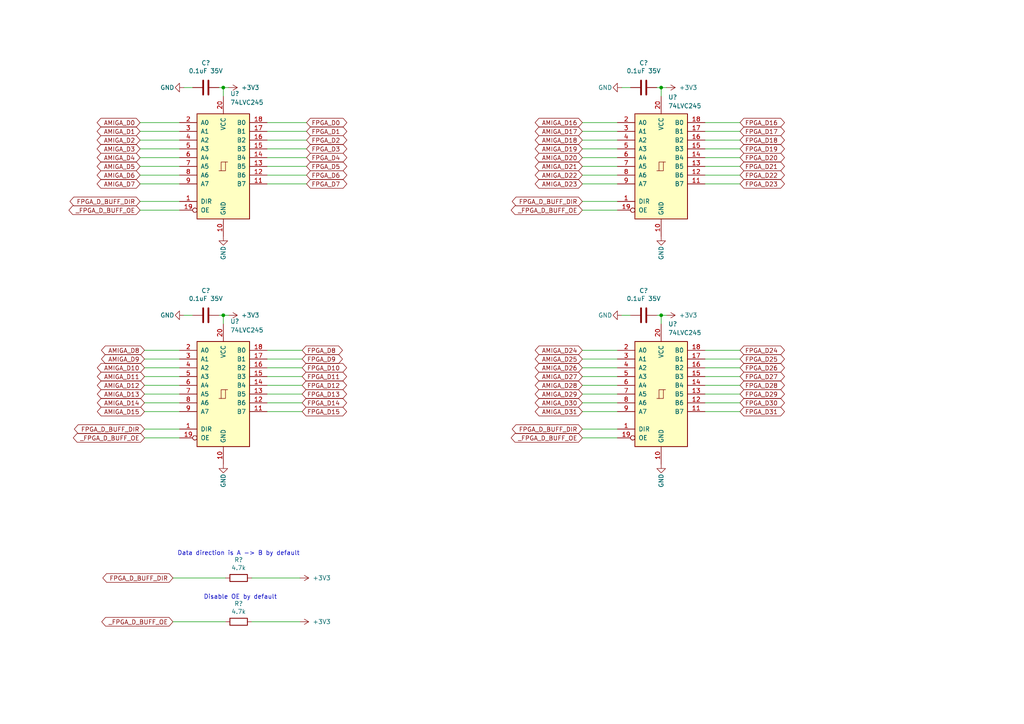
<source format=kicad_sch>
(kicad_sch (version 20211123) (generator eeschema)
  (paper "A4")
  (lib_symbols
    (symbol "Device:C" (pin_numbers hide) (pin_names (offset 0.254))
      (property "Reference" "C" (at 0.635 2.54 0))
      (property "Value" "C" (at 0.635 -2.54 0))
      (symbol "C_0_1"
        (polyline (pts (xy -2.032 -0.762) (xy 2.032 -0.762)) (stroke (width 0.508)))
        (polyline (pts (xy -2.032 0.762) (xy 2.032 0.762)) (stroke (width 0.508)))
      )
      (symbol "C_1_1"
        (pin passive line (at 0 3.81 270) (length 2.794) (name "~") (number "1"))
        (pin passive line (at 0 -3.81 90) (length 2.794) (name "~") (number "2"))
      )
    )
    (symbol "Device:R" (pin_numbers hide) (pin_names (offset 0))
      (property "Reference" "R" (at 2.032 0 90))
      (property "Value" "R" (at 0 0 90))
      (symbol "R_0_1"
        (rectangle (start -1.016 -2.54) (end 1.016 2.54) (stroke (width 0.254)))
      )
      (symbol "R_1_1"
        (pin passive line (at 0 3.81 270) (length 1.27) (name "~") (number "1"))
        (pin passive line (at 0 -3.81 90) (length 1.27) (name "~") (number "2"))
      )
    )
    (symbol "FreeVision:74LVC245" (pin_names (offset 1.016))
      (property "Reference" "U" (at -7.62 16.51 0))
      (property "Value" "74LVC245" (at -7.62 -16.51 0))
      (symbol "74LVC245_1_0"
        (polyline (pts (xy -0.635 -1.27) (xy -0.635 1.27) (xy 0.635 1.27)))
        (polyline (pts (xy -1.27 -1.27) (xy 0.635 -1.27) (xy 0.635 1.27) (xy 1.27 1.27)))
        (pin input line (at -12.7 -10.16 0) (length 5.08) (name "DIR") (number "1"))
        (pin power_in line (at 0 -20.32 90) (length 5.08) (name "GND") (number "10"))
        (pin tri_state line (at 12.7 -5.08 180) (length 5.08) (name "B7") (number "11"))
        (pin tri_state line (at 12.7 -2.54 180) (length 5.08) (name "B6") (number "12"))
        (pin tri_state line (at 12.7 0 180) (length 5.08) (name "B5") (number "13"))
        (pin tri_state line (at 12.7 2.54 180) (length 5.08) (name "B4") (number "14"))
        (pin tri_state line (at 12.7 5.08 180) (length 5.08) (name "B3") (number "15"))
        (pin tri_state line (at 12.7 7.62 180) (length 5.08) (name "B2") (number "16"))
        (pin tri_state line (at 12.7 10.16 180) (length 5.08) (name "B1") (number "17"))
        (pin tri_state line (at 12.7 12.7 180) (length 5.08) (name "B0") (number "18"))
        (pin input inverted (at -12.7 -12.7 0) (length 5.08) (name "OE") (number "19"))
        (pin tri_state line (at -12.7 12.7 0) (length 5.08) (name "A0") (number "2"))
        (pin power_in line (at 0 20.32 270) (length 5.08) (name "VCC") (number "20"))
        (pin tri_state line (at -12.7 10.16 0) (length 5.08) (name "A1") (number "3"))
        (pin tri_state line (at -12.7 7.62 0) (length 5.08) (name "A2") (number "4"))
        (pin tri_state line (at -12.7 5.08 0) (length 5.08) (name "A3") (number "5"))
        (pin tri_state line (at -12.7 2.54 0) (length 5.08) (name "A4") (number "6"))
        (pin tri_state line (at -12.7 0 0) (length 5.08) (name "A5") (number "7"))
        (pin tri_state line (at -12.7 -2.54 0) (length 5.08) (name "A6") (number "8"))
        (pin tri_state line (at -12.7 -5.08 0) (length 5.08) (name "A7") (number "9"))
      )
      (symbol "74LVC245_1_1"
        (rectangle (start -7.62 15.24) (end 7.62 -15.24) (stroke (width 0.254)) (fill (type background)))
      )
    )
    (symbol "power:+3V3" (power) (pin_names (offset 0))
      (property "Value" "+3V3" (at 0 3.556 0))
      (symbol "+3V3_0_1"
        (polyline (pts (xy -0.762 1.27) (xy 0 2.54)))
        (polyline (pts (xy 0 0) (xy 0 2.54)))
        (polyline (pts (xy 0 2.54) (xy 0.762 1.27)))
      )
      (symbol "+3V3_1_1"
        (pin power_in line (at 0 0 90) (length 0) hide (name "+3V3") (number "1"))
      )
    )
    (symbol "power:GND" (power) (pin_names (offset 0))
      (property "Value" "GND" (at 0 -3.81 0))
      (symbol "GND_0_1"
        (polyline (pts (xy 0 0) (xy 0 -1.27) (xy 1.27 -1.27) (xy 0 -2.54) (xy -1.27 -1.27) (xy 0 -1.27)))
      )
      (symbol "GND_1_1"
        (pin power_in line (at 0 0 270) (length 0) hide (name "GND") (number "1"))
      )
    )
  )
  (junction (at 64.77 91.44))
  (junction (at 191.77 25.4))
  (junction (at 64.77 25.4))
  (junction (at 191.77 91.44))
  (wire (pts (xy 204.47 48.26) (xy 214.63 48.26)))
  (wire (pts (xy 204.47 106.68) (xy 214.63 106.68)))
  (wire (pts (xy 204.47 45.72) (xy 214.63 45.72)))
  (wire (pts (xy 204.47 43.18) (xy 214.63 43.18)))
  (wire (pts (xy 40.64 35.56) (xy 52.07 35.56)))
  (wire (pts (xy 40.64 40.64) (xy 52.07 40.64)))
  (wire (pts (xy 41.91 106.68) (xy 52.07 106.68)))
  (wire (pts (xy 168.91 48.26) (xy 179.07 48.26)))
  (wire (pts (xy 204.47 50.8) (xy 214.63 50.8)))
  (wire (pts (xy 168.91 60.96) (xy 179.07 60.96)))
  (wire (pts (xy 168.91 53.34) (xy 179.07 53.34)))
  (wire (pts (xy 77.47 45.72) (xy 88.9 45.72)))
  (wire (pts (xy 40.64 60.96) (xy 52.07 60.96)))
  (wire (pts (xy 77.47 53.34) (xy 88.9 53.34)))
  (wire (pts (xy 204.47 40.64) (xy 214.63 40.64)))
  (wire (pts (xy 40.64 43.18) (xy 52.07 43.18)))
  (wire (pts (xy 77.47 35.56) (xy 88.9 35.56)))
  (wire (pts (xy 77.47 50.8) (xy 88.9 50.8)))
  (wire (pts (xy 190.5 91.44) (xy 191.77 91.44)))
  (wire (pts (xy 63.5 25.4) (xy 64.77 25.4)))
  (wire (pts (xy 168.91 124.46) (xy 179.07 124.46)))
  (wire (pts (xy 77.47 106.68) (xy 87.63 106.68)))
  (wire (pts (xy 41.91 111.76) (xy 52.07 111.76)))
  (wire (pts (xy 77.47 114.3) (xy 87.63 114.3)))
  (wire (pts (xy 168.91 58.42) (xy 179.07 58.42)))
  (wire (pts (xy 190.5 25.4) (xy 191.77 25.4)))
  (wire (pts (xy 168.91 45.72) (xy 179.07 45.72)))
  (wire (pts (xy 40.64 53.34) (xy 52.07 53.34)))
  (wire (pts (xy 73.025 167.64) (xy 86.995 167.64)))
  (wire (pts (xy 77.47 101.6) (xy 87.63 101.6)))
  (wire (pts (xy 168.91 38.1) (xy 179.07 38.1)))
  (wire (pts (xy 204.47 53.34) (xy 214.63 53.34)))
  (wire (pts (xy 180.34 91.44) (xy 182.88 91.44)))
  (wire (pts (xy 77.47 43.18) (xy 88.9 43.18)))
  (wire (pts (xy 40.64 48.26) (xy 52.07 48.26)))
  (wire (pts (xy 77.47 119.38) (xy 87.63 119.38)))
  (wire (pts (xy 168.91 119.38) (xy 179.07 119.38)))
  (wire (pts (xy 191.77 91.44) (xy 191.77 93.98)))
  (wire (pts (xy 77.47 40.64) (xy 88.9 40.64)))
  (wire (pts (xy 204.47 111.76) (xy 214.63 111.76)))
  (wire (pts (xy 41.91 116.84) (xy 52.07 116.84)))
  (wire (pts (xy 168.91 101.6) (xy 179.07 101.6)))
  (wire (pts (xy 41.91 124.46) (xy 52.07 124.46)))
  (wire (pts (xy 86.995 180.34) (xy 73.025 180.34)))
  (wire (pts (xy 41.91 109.22) (xy 52.07 109.22)))
  (wire (pts (xy 168.91 111.76) (xy 179.07 111.76)))
  (wire (pts (xy 41.91 104.14) (xy 52.07 104.14)))
  (wire (pts (xy 41.91 127) (xy 52.07 127)))
  (wire (pts (xy 168.91 50.8) (xy 179.07 50.8)))
  (wire (pts (xy 204.47 116.84) (xy 214.63 116.84)))
  (wire (pts (xy 191.77 91.44) (xy 193.294 91.44)))
  (wire (pts (xy 168.91 114.3) (xy 179.07 114.3)))
  (wire (pts (xy 168.91 116.84) (xy 179.07 116.84)))
  (wire (pts (xy 168.91 35.56) (xy 179.07 35.56)))
  (wire (pts (xy 204.47 114.3) (xy 214.63 114.3)))
  (wire (pts (xy 168.91 104.14) (xy 179.07 104.14)))
  (wire (pts (xy 50.165 167.64) (xy 65.405 167.64)))
  (wire (pts (xy 64.77 25.4) (xy 64.77 27.94)))
  (wire (pts (xy 77.47 48.26) (xy 88.9 48.26)))
  (wire (pts (xy 77.47 111.76) (xy 87.63 111.76)))
  (wire (pts (xy 41.91 101.6) (xy 52.07 101.6)))
  (wire (pts (xy 168.91 109.22) (xy 179.07 109.22)))
  (wire (pts (xy 77.47 116.84) (xy 87.63 116.84)))
  (wire (pts (xy 77.47 109.22) (xy 87.63 109.22)))
  (wire (pts (xy 204.47 119.38) (xy 214.63 119.38)))
  (wire (pts (xy 168.91 106.68) (xy 179.07 106.68)))
  (wire (pts (xy 191.77 25.4) (xy 193.294 25.4)))
  (wire (pts (xy 53.34 25.4) (xy 55.88 25.4)))
  (wire (pts (xy 40.64 38.1) (xy 52.07 38.1)))
  (wire (pts (xy 41.91 114.3) (xy 52.07 114.3)))
  (wire (pts (xy 180.34 25.4) (xy 182.88 25.4)))
  (wire (pts (xy 65.405 180.34) (xy 50.165 180.34)))
  (wire (pts (xy 64.77 91.44) (xy 64.77 93.98)))
  (wire (pts (xy 204.47 104.14) (xy 214.63 104.14)))
  (wire (pts (xy 168.91 43.18) (xy 179.07 43.18)))
  (wire (pts (xy 77.47 104.14) (xy 87.63 104.14)))
  (wire (pts (xy 204.47 101.6) (xy 214.63 101.6)))
  (wire (pts (xy 40.64 58.42) (xy 52.07 58.42)))
  (wire (pts (xy 204.47 109.22) (xy 214.63 109.22)))
  (wire (pts (xy 53.34 91.44) (xy 55.88 91.44)))
  (wire (pts (xy 204.47 35.56) (xy 214.63 35.56)))
  (wire (pts (xy 168.91 40.64) (xy 179.07 40.64)))
  (wire (pts (xy 63.5 91.44) (xy 64.77 91.44)))
  (wire (pts (xy 40.64 45.72) (xy 52.07 45.72)))
  (wire (pts (xy 40.64 50.8) (xy 52.07 50.8)))
  (wire (pts (xy 64.77 25.4) (xy 66.294 25.4)))
  (wire (pts (xy 77.47 38.1) (xy 88.9 38.1)))
  (wire (pts (xy 41.91 119.38) (xy 52.07 119.38)))
  (wire (pts (xy 64.77 91.44) (xy 66.294 91.44)))
  (wire (pts (xy 204.47 38.1) (xy 214.63 38.1)))
  (wire (pts (xy 191.77 25.4) (xy 191.77 27.94)))
  (wire (pts (xy 168.91 127) (xy 179.07 127)))
  (text "Disable OE by default" (at 59.055 173.99 0) (effects (font (size 1.27 1.27)) (justify left bottom)))
  (text "Data direction is A -> B by default" (at 51.435 161.29 0) (effects (font (size 1.27 1.27)) (justify left bottom)))
  (global_label "AMIGA_D3" (shape bidirectional) (at 40.64 43.18 180) (property "Intersheet References" "${INTERSHEET_REFS}" (effects hide)))
  (global_label "FPGA_D_BUFF_DIR" (shape bidirectional) (at 50.165 167.64 180) (property "Intersheet References" "${INTERSHEET_REFS}" (effects hide)))
  (global_label "AMIGA_D11" (shape bidirectional) (at 41.91 109.22 180) (property "Intersheet References" "${INTERSHEET_REFS}" (effects hide)))
  (global_label "AMIGA_D28" (shape bidirectional) (at 168.91 111.76 180) (property "Intersheet References" "${INTERSHEET_REFS}" (effects hide)))
  (global_label "AMIGA_D13" (shape bidirectional) (at 41.91 114.3 180) (property "Intersheet References" "${INTERSHEET_REFS}" (effects hide)))
  (global_label "FPGA_D4" (shape bidirectional) (at 88.9 45.72 0) (property "Intersheet References" "${INTERSHEET_REFS}" (effects hide)))
  (global_label "FPGA_D26" (shape bidirectional) (at 214.63 106.68 0) (property "Intersheet References" "${INTERSHEET_REFS}" (effects hide)))
  (global_label "AMIGA_D4" (shape bidirectional) (at 40.64 45.72 180) (property "Intersheet References" "${INTERSHEET_REFS}" (effects hide)))
  (global_label "AMIGA_D21" (shape bidirectional) (at 168.91 48.26 180) (property "Intersheet References" "${INTERSHEET_REFS}" (effects hide)))
  (global_label "FPGA_D9" (shape bidirectional) (at 87.63 104.14 0) (property "Intersheet References" "${INTERSHEET_REFS}" (effects hide)))
  (global_label "AMIGA_D25" (shape bidirectional) (at 168.91 104.14 180) (property "Intersheet References" "${INTERSHEET_REFS}" (effects hide)))
  (global_label "AMIGA_D10" (shape bidirectional) (at 41.91 106.68 180) (property "Intersheet References" "${INTERSHEET_REFS}" (effects hide)))
  (global_label "FPGA_D_BUFF_DIR" (shape bidirectional) (at 168.91 124.46 180) (property "Intersheet References" "${INTERSHEET_REFS}" (effects hide)))
  (global_label "FPGA_D31" (shape bidirectional) (at 214.63 119.38 0) (property "Intersheet References" "${INTERSHEET_REFS}" (effects hide)))
  (global_label "FPGA_D24" (shape bidirectional) (at 214.63 101.6 0) (property "Intersheet References" "${INTERSHEET_REFS}" (effects hide)))
  (global_label "AMIGA_D12" (shape bidirectional) (at 41.91 111.76 180) (property "Intersheet References" "${INTERSHEET_REFS}" (effects hide)))
  (global_label "FPGA_D10" (shape bidirectional) (at 87.63 106.68 0) (property "Intersheet References" "${INTERSHEET_REFS}" (effects hide)))
  (global_label "AMIGA_D15" (shape bidirectional) (at 41.91 119.38 180) (property "Intersheet References" "${INTERSHEET_REFS}" (effects hide)))
  (global_label "FPGA_D16" (shape bidirectional) (at 214.63 35.56 0) (property "Intersheet References" "${INTERSHEET_REFS}" (effects hide)))
  (global_label "FPGA_D23" (shape bidirectional) (at 214.63 53.34 0) (property "Intersheet References" "${INTERSHEET_REFS}" (effects hide)))
  (global_label "FPGA_D22" (shape bidirectional) (at 214.63 50.8 0) (property "Intersheet References" "${INTERSHEET_REFS}" (effects hide)))
  (global_label "AMIGA_D19" (shape bidirectional) (at 168.91 43.18 180) (property "Intersheet References" "${INTERSHEET_REFS}" (effects hide)))
  (global_label "AMIGA_D24" (shape bidirectional) (at 168.91 101.6 180) (property "Intersheet References" "${INTERSHEET_REFS}" (effects hide)))
  (global_label "FPGA_D_BUFF_DIR" (shape bidirectional) (at 40.64 58.42 180) (property "Intersheet References" "${INTERSHEET_REFS}" (effects hide)))
  (global_label "FPGA_D7" (shape bidirectional) (at 88.9 53.34 0) (property "Intersheet References" "${INTERSHEET_REFS}" (effects hide)))
  (global_label "_FPGA_D_BUFF_OE" (shape bidirectional) (at 40.64 60.96 180) (property "Intersheet References" "${INTERSHEET_REFS}" (effects hide)))
  (global_label "FPGA_D_BUFF_DIR" (shape bidirectional) (at 41.91 124.46 180) (property "Intersheet References" "${INTERSHEET_REFS}" (effects hide)))
  (global_label "FPGA_D14" (shape bidirectional) (at 87.63 116.84 0) (property "Intersheet References" "${INTERSHEET_REFS}" (effects hide)))
  (global_label "FPGA_D19" (shape bidirectional) (at 214.63 43.18 0) (property "Intersheet References" "${INTERSHEET_REFS}" (effects hide)))
  (global_label "AMIGA_D17" (shape bidirectional) (at 168.91 38.1 180) (property "Intersheet References" "${INTERSHEET_REFS}" (effects hide)))
  (global_label "FPGA_D25" (shape bidirectional) (at 214.63 104.14 0) (property "Intersheet References" "${INTERSHEET_REFS}" (effects hide)))
  (global_label "AMIGA_D27" (shape bidirectional) (at 168.91 109.22 180) (property "Intersheet References" "${INTERSHEET_REFS}" (effects hide)))
  (global_label "FPGA_D5" (shape bidirectional) (at 88.9 48.26 0) (property "Intersheet References" "${INTERSHEET_REFS}" (effects hide)))
  (global_label "AMIGA_D9" (shape bidirectional) (at 41.91 104.14 180) (property "Intersheet References" "${INTERSHEET_REFS}" (effects hide)))
  (global_label "FPGA_D21" (shape bidirectional) (at 214.63 48.26 0) (property "Intersheet References" "${INTERSHEET_REFS}" (effects hide)))
  (global_label "AMIGA_D5" (shape bidirectional) (at 40.64 48.26 180) (property "Intersheet References" "${INTERSHEET_REFS}" (effects hide)))
  (global_label "AMIGA_D20" (shape bidirectional) (at 168.91 45.72 180) (property "Intersheet References" "${INTERSHEET_REFS}" (effects hide)))
  (global_label "FPGA_D30" (shape bidirectional) (at 214.63 116.84 0) (property "Intersheet References" "${INTERSHEET_REFS}" (effects hide)))
  (global_label "FPGA_D2" (shape bidirectional) (at 88.9 40.64 0) (property "Intersheet References" "${INTERSHEET_REFS}" (effects hide)))
  (global_label "FPGA_D12" (shape bidirectional) (at 87.63 111.76 0) (property "Intersheet References" "${INTERSHEET_REFS}" (effects hide)))
  (global_label "AMIGA_D0" (shape bidirectional) (at 40.64 35.56 180) (property "Intersheet References" "${INTERSHEET_REFS}" (effects hide)))
  (global_label "AMIGA_D8" (shape bidirectional) (at 41.91 101.6 180) (property "Intersheet References" "${INTERSHEET_REFS}" (effects hide)))
  (global_label "AMIGA_D29" (shape bidirectional) (at 168.91 114.3 180) (property "Intersheet References" "${INTERSHEET_REFS}" (effects hide)))
  (global_label "FPGA_D18" (shape bidirectional) (at 214.63 40.64 0) (property "Intersheet References" "${INTERSHEET_REFS}" (effects hide)))
  (global_label "AMIGA_D14" (shape bidirectional) (at 41.91 116.84 180) (property "Intersheet References" "${INTERSHEET_REFS}" (effects hide)))
  (global_label "AMIGA_D16" (shape bidirectional) (at 168.91 35.56 180) (property "Intersheet References" "${INTERSHEET_REFS}" (effects hide)))
  (global_label "FPGA_D0" (shape bidirectional) (at 88.9 35.56 0) (property "Intersheet References" "${INTERSHEET_REFS}" (effects hide)))
  (global_label "FPGA_D6" (shape bidirectional) (at 88.9 50.8 0) (property "Intersheet References" "${INTERSHEET_REFS}" (effects hide)))
  (global_label "AMIGA_D23" (shape bidirectional) (at 168.91 53.34 180) (property "Intersheet References" "${INTERSHEET_REFS}" (effects hide)))
  (global_label "_FPGA_D_BUFF_OE" (shape bidirectional) (at 168.91 60.96 180) (property "Intersheet References" "${INTERSHEET_REFS}" (effects hide)))
  (global_label "_FPGA_D_BUFF_OE" (shape bidirectional) (at 50.165 180.34 180) (property "Intersheet References" "${INTERSHEET_REFS}" (effects hide)))
  (global_label "FPGA_D15" (shape bidirectional) (at 87.63 119.38 0) (property "Intersheet References" "${INTERSHEET_REFS}" (effects hide)))
  (global_label "FPGA_D_BUFF_DIR" (shape bidirectional) (at 168.91 58.42 180) (property "Intersheet References" "${INTERSHEET_REFS}" (effects hide)))
  (global_label "AMIGA_D30" (shape bidirectional) (at 168.91 116.84 180) (property "Intersheet References" "${INTERSHEET_REFS}" (effects hide)))
  (global_label "FPGA_D29" (shape bidirectional) (at 214.63 114.3 0) (property "Intersheet References" "${INTERSHEET_REFS}" (effects hide)))
  (global_label "FPGA_D8" (shape bidirectional) (at 87.63 101.6 0) (property "Intersheet References" "${INTERSHEET_REFS}" (effects hide)))
  (global_label "FPGA_D17" (shape bidirectional) (at 214.63 38.1 0) (property "Intersheet References" "${INTERSHEET_REFS}" (effects hide)))
  (global_label "AMIGA_D7" (shape bidirectional) (at 40.64 53.34 180) (property "Intersheet References" "${INTERSHEET_REFS}" (effects hide)))
  (global_label "FPGA_D13" (shape bidirectional) (at 87.63 114.3 0) (property "Intersheet References" "${INTERSHEET_REFS}" (effects hide)))
  (global_label "FPGA_D27" (shape bidirectional) (at 214.63 109.22 0) (property "Intersheet References" "${INTERSHEET_REFS}" (effects hide)))
  (global_label "FPGA_D20" (shape bidirectional) (at 214.63 45.72 0) (property "Intersheet References" "${INTERSHEET_REFS}" (effects hide)))
  (global_label "FPGA_D1" (shape bidirectional) (at 88.9 38.1 0) (property "Intersheet References" "${INTERSHEET_REFS}" (effects hide)))
  (global_label "AMIGA_D22" (shape bidirectional) (at 168.91 50.8 180) (property "Intersheet References" "${INTERSHEET_REFS}" (effects hide)))
  (global_label "AMIGA_D2" (shape bidirectional) (at 40.64 40.64 180) (property "Intersheet References" "${INTERSHEET_REFS}" (effects hide)))
  (global_label "_FPGA_D_BUFF_OE" (shape bidirectional) (at 168.91 127 180) (property "Intersheet References" "${INTERSHEET_REFS}" (effects hide)))
  (global_label "AMIGA_D6" (shape bidirectional) (at 40.64 50.8 180) (property "Intersheet References" "${INTERSHEET_REFS}" (effects hide)))
  (global_label "_FPGA_D_BUFF_OE" (shape bidirectional) (at 41.91 127 180) (property "Intersheet References" "${INTERSHEET_REFS}" (effects hide)))
  (global_label "AMIGA_D1" (shape bidirectional) (at 40.64 38.1 180) (property "Intersheet References" "${INTERSHEET_REFS}" (effects hide)))
  (global_label "AMIGA_D31" (shape bidirectional) (at 168.91 119.38 180) (property "Intersheet References" "${INTERSHEET_REFS}" (effects hide)))
  (global_label "FPGA_D11" (shape bidirectional) (at 87.63 109.22 0) (property "Intersheet References" "${INTERSHEET_REFS}" (effects hide)))
  (global_label "AMIGA_D18" (shape bidirectional) (at 168.91 40.64 180) (property "Intersheet References" "${INTERSHEET_REFS}" (effects hide)))
  (global_label "AMIGA_D26" (shape bidirectional) (at 168.91 106.68 180) (property "Intersheet References" "${INTERSHEET_REFS}" (effects hide)))
  (global_label "FPGA_D3" (shape bidirectional) (at 88.9 43.18 0) (property "Intersheet References" "${INTERSHEET_REFS}" (effects hide)))
  (global_label "FPGA_D28" (shape bidirectional) (at 214.63 111.76 0) (property "Intersheet References" "${INTERSHEET_REFS}" (effects hide)))
  (symbol (lib_id "power:+3V3") (at 86.995 180.34 270) (unit 1)
    (property "Reference" "#PWR?" (effects hide))
    (property "Value" "+3V3" (at 90.6526 180.3399 90) (effects (justify left)))
  )
  (symbol (lib_id "power:GND") (at 64.77 68.58 0) (unit 1)
    (property "Reference" "#PWR?" (effects hide))
    (property "Value" "GND" (at 64.77 75.438 90) (effects (justify left)))
  )
  (symbol (lib_id "Device:C") (at 59.69 25.4 90) (unit 1)
    (property "Reference" "C?" (at 59.69 18.2626 90))
    (property "Value" "0.1uF 35V" (at 59.69 20.574 90))
    (property "Footprint" "Capacitor_SMD:C_0402_1005Metric" (effects hide))
  )
  (symbol (lib_id "power:GND") (at 191.77 134.62 0) (unit 1)
    (property "Reference" "#PWR?" (effects hide))
    (property "Value" "GND" (at 191.77 141.478 90) (effects (justify left)))
  )
  (symbol (lib_id "power:GND") (at 64.77 134.62 0) (unit 1)
    (property "Reference" "#PWR?" (effects hide))
    (property "Value" "GND" (at 64.77 141.478 90) (effects (justify left)))
  )
  (symbol (lib_id "power:GND") (at 191.77 68.58 0) (unit 1)
    (property "Reference" "#PWR?" (effects hide))
    (property "Value" "GND" (at 191.77 75.438 90) (effects (justify left)))
  )
  (symbol (lib_id "Device:C") (at 186.69 91.44 90) (unit 1)
    (property "Reference" "C?" (at 186.69 84.3026 90))
    (property "Value" "0.1uF 35V" (at 186.69 86.614 90))
    (property "Footprint" "Capacitor_SMD:C_0402_1005Metric" (effects hide))
  )
  (symbol (lib_id "power:+3V3") (at 193.294 91.44 270) (unit 1)
    (property "Reference" "#PWR?" (effects hide))
    (property "Value" "+3V3" (at 196.9516 91.4399 90) (effects (justify left)))
  )
  (symbol (lib_id "Device:R") (at 69.215 167.64 270) (unit 1)
    (property "Reference" "R?" (at 69.215 162.3822 90))
    (property "Value" "4.7k" (at 69.215 164.6936 90))
    (property "Footprint" "Resistor_SMD:R_0603_1608Metric_Pad1.05x0.95mm_HandSolder" (effects hide))
  )
  (symbol (lib_id "power:+3V3") (at 193.294 25.4 270) (unit 1)
    (property "Reference" "#PWR?" (effects hide))
    (property "Value" "+3V3" (at 196.9516 25.3999 90) (effects (justify left)))
  )
  (symbol (lib_id "FreeVision:74LVC245") (at 64.77 114.3 0) (unit 1)
    (property "Reference" "U?" (at 66.7894 93.218 0) (effects (justify left)))
    (property "Value" "74LVC245" (at 66.7894 95.758 0) (effects (justify left)))
    (property "Datasheet" "http://www.ti.com/lit/gpn/sn74HC245" (effects hide))
  )
  (symbol (lib_id "Device:C") (at 186.69 25.4 90) (unit 1)
    (property "Reference" "C?" (at 186.69 18.2626 90))
    (property "Value" "0.1uF 35V" (at 186.69 20.574 90))
    (property "Footprint" "Capacitor_SMD:C_0402_1005Metric" (effects hide))
  )
  (symbol (lib_id "power:GND") (at 180.34 25.4 270) (unit 1)
    (property "Reference" "#PWR?" (effects hide))
    (property "Value" "GND" (at 173.482 25.4 90) (effects (justify left)))
  )
  (symbol (lib_id "power:+3V3") (at 86.995 167.64 270) (unit 1)
    (property "Reference" "#PWR?" (effects hide))
    (property "Value" "+3V3" (at 90.6526 167.6399 90) (effects (justify left)))
  )
  (symbol (lib_id "FreeVision:74LVC245") (at 191.77 114.3 0) (unit 1)
    (property "Reference" "U?" (at 193.7894 93.98 0) (effects (justify left)))
    (property "Value" "74LVC245" (at 193.7894 96.52 0) (effects (justify left)))
    (property "Datasheet" "http://www.ti.com/lit/gpn/sn74HC245" (effects hide))
  )
  (symbol (lib_id "power:+3V3") (at 66.294 25.4 270) (unit 1)
    (property "Reference" "#PWR?" (effects hide))
    (property "Value" "+3V3" (at 69.9516 25.3999 90) (effects (justify left)))
  )
  (symbol (lib_id "power:GND") (at 53.34 25.4 270) (unit 1)
    (property "Reference" "#PWR?" (effects hide))
    (property "Value" "GND" (at 46.482 25.4 90) (effects (justify left)))
  )
  (symbol (lib_id "Device:R") (at 69.215 180.34 270) (unit 1)
    (property "Reference" "R?" (at 69.215 175.0822 90))
    (property "Value" "4.7k" (at 69.215 177.3936 90))
    (property "Footprint" "Resistor_SMD:R_0603_1608Metric_Pad1.05x0.95mm_HandSolder" (effects hide))
  )
  (symbol (lib_id "Device:C") (at 59.69 91.44 90) (unit 1)
    (property "Reference" "C?" (at 59.69 84.3026 90))
    (property "Value" "0.1uF 35V" (at 59.69 86.614 90))
    (property "Footprint" "Capacitor_SMD:C_0402_1005Metric" (effects hide))
  )
  (symbol (lib_id "FreeVision:74LVC245") (at 191.77 48.26 0) (unit 1)
    (property "Reference" "U?" (at 193.7894 28.194 0) (effects (justify left)))
    (property "Value" "74LVC245" (at 193.7894 30.734 0) (effects (justify left)))
    (property "Datasheet" "http://www.ti.com/lit/gpn/sn74HC245" (effects hide))
  )
  (symbol (lib_id "FreeVision:74LVC245") (at 64.77 48.26 0) (unit 1)
    (property "Reference" "U?" (at 66.7894 27.178 0) (effects (justify left)))
    (property "Value" "74LVC245" (at 66.7894 29.718 0) (effects (justify left)))
    (property "Datasheet" "http://www.ti.com/lit/gpn/sn74HC245" (effects hide))
  )
  (symbol (lib_id "power:GND") (at 53.34 91.44 270) (unit 1)
    (property "Reference" "#PWR?" (effects hide))
    (property "Value" "GND" (at 46.482 91.44 90) (effects (justify left)))
  )
  (symbol (lib_id "power:GND") (at 180.34 91.44 270) (unit 1)
    (property "Reference" "#PWR?" (effects hide))
    (property "Value" "GND" (at 173.482 91.44 90) (effects (justify left)))
  )
  (symbol (lib_id "power:+3V3") (at 66.294 91.44 270) (unit 1)
    (property "Reference" "#PWR?" (effects hide))
    (property "Value" "+3V3" (at 69.9516 91.4399 90) (effects (justify left)))
  )
)
</source>
